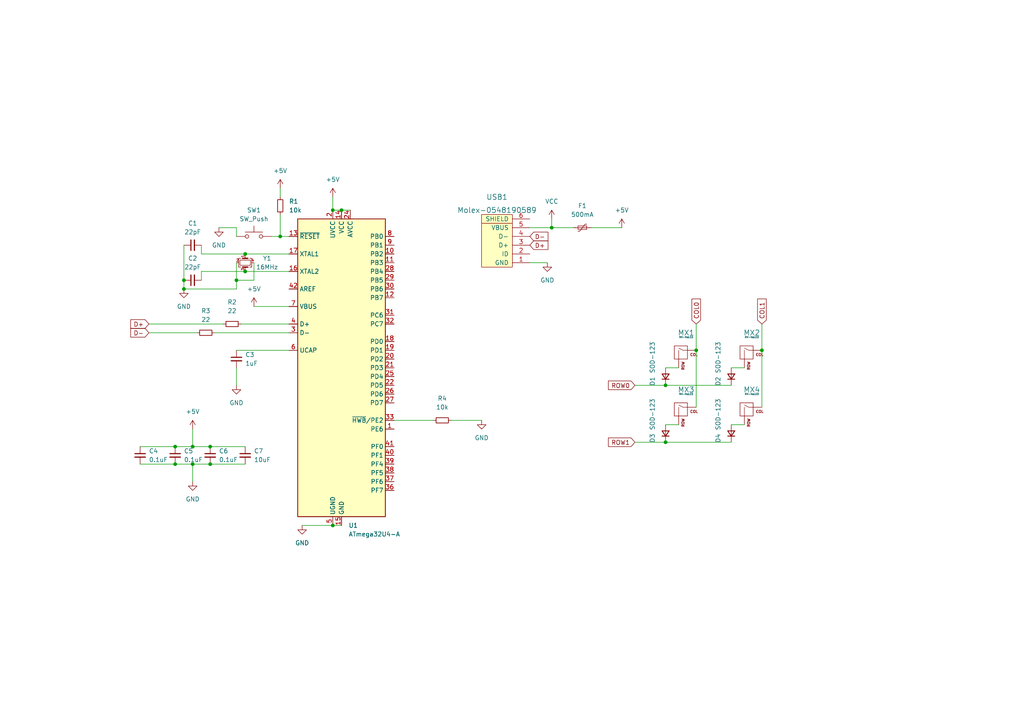
<source format=kicad_sch>
(kicad_sch (version 20211123) (generator eeschema)
  (paper "A4")
  (lib_symbols
    (symbol "Device:C_Small" (pin_numbers hide) (pin_names (offset 0.254) hide)
      (property "Reference" "C" (at 0.254 1.778 0))
      (property "Value" "C_Small" (at 0.254 -2.032 0))
      (symbol "C_Small_0_1"
        (polyline (pts (xy -1.524 -0.508) (xy 1.524 -0.508)) (stroke (width 0.3302)))
        (polyline (pts (xy -1.524 0.508) (xy 1.524 0.508)) (stroke (width 0.3048)))
      )
      (symbol "C_Small_1_1"
        (pin passive line (at 0 2.54 270) (length 2.032) (name "~") (number "1"))
        (pin passive line (at 0 -2.54 90) (length 2.032) (name "~") (number "2"))
      )
    )
    (symbol "Device:Crystal_GND24_Small" (pin_names (offset 1.016) hide)
      (property "Reference" "Y" (at 1.27 4.445 0))
      (property "Value" "Crystal_GND24_Small" (at 1.27 2.54 0))
      (symbol "Crystal_GND24_Small_0_1"
        (rectangle (start -0.762 -1.524) (end 0.762 1.524))
        (polyline (pts (xy -1.27 -0.762) (xy -1.27 0.762)) (stroke (width 0.381)))
        (polyline (pts (xy 1.27 -0.762) (xy 1.27 0.762)) (stroke (width 0.381)))
        (polyline (pts (xy -1.27 -1.27) (xy -1.27 -1.905) (xy 1.27 -1.905) (xy 1.27 -1.27)))
        (polyline (pts (xy -1.27 1.27) (xy -1.27 1.905) (xy 1.27 1.905) (xy 1.27 1.27)))
      )
      (symbol "Crystal_GND24_Small_1_1"
        (pin passive line (at -2.54 0 0) (length 1.27) (name "1") (number "1"))
        (pin passive line (at 0 -2.54 90) (length 0.635) (name "2") (number "2"))
        (pin passive line (at 2.54 0 180) (length 1.27) (name "3") (number "3"))
        (pin passive line (at 0 2.54 270) (length 0.635) (name "4") (number "4"))
      )
    )
    (symbol "Device:D_Small" (pin_numbers hide) (pin_names (offset 0.254) hide)
      (property "Reference" "D" (at -1.27 2.032 0))
      (property "Value" "D_Small" (at -3.81 -2.032 0))
      (symbol "D_Small_0_1"
        (polyline (pts (xy -0.762 -1.016) (xy -0.762 1.016)) (stroke (width 0.254)))
        (polyline (pts (xy -0.762 0) (xy 0.762 0)))
        (polyline (pts (xy 0.762 -1.016) (xy -0.762 0) (xy 0.762 1.016) (xy 0.762 -1.016)) (stroke (width 0.254)))
      )
      (symbol "D_Small_1_1"
        (pin passive line (at -2.54 0 0) (length 1.778) (name "K") (number "1"))
        (pin passive line (at 2.54 0 180) (length 1.778) (name "A") (number "2"))
      )
    )
    (symbol "Device:Polyfuse_Small" (pin_numbers hide) (pin_names (offset 0))
      (property "Reference" "F" (at -1.905 0 90))
      (property "Value" "Polyfuse_Small" (at 1.905 0 90))
      (symbol "Polyfuse_Small_0_1"
        (rectangle (start -0.508 1.27) (end 0.508 -1.27))
        (polyline (pts (xy 0 2.54) (xy 0 -2.54)))
        (polyline (pts (xy -1.016 1.27) (xy -1.016 0.762) (xy 1.016 -0.762) (xy 1.016 -1.27)))
      )
      (symbol "Polyfuse_Small_1_1"
        (pin passive line (at 0 2.54 270) (length 0.635) (name "~") (number "1"))
        (pin passive line (at 0 -2.54 90) (length 0.635) (name "~") (number "2"))
      )
    )
    (symbol "Device:R_Small" (pin_numbers hide) (pin_names (offset 0.254) hide)
      (property "Reference" "R" (at 0.762 0.508 0))
      (property "Value" "R_Small" (at 0.762 -1.016 0))
      (symbol "R_Small_0_1"
        (rectangle (start -0.762 1.778) (end 0.762 -1.778) (stroke (width 0.2032)))
      )
      (symbol "R_Small_1_1"
        (pin passive line (at 0 2.54 270) (length 0.762) (name "~") (number "1"))
        (pin passive line (at 0 -2.54 90) (length 0.762) (name "~") (number "2"))
      )
    )
    (symbol "MCU_Microchip_ATmega:ATmega32U4-A"
      (property "Reference" "U" (at -12.7 44.45 0))
      (property "Value" "ATmega32U4-A" (at 2.54 -44.45 0))
      (symbol "ATmega32U4-A_0_1"
        (rectangle (start -12.7 -43.18) (end 12.7 43.18) (stroke (width 0.254)) (fill (type background)))
      )
      (symbol "ATmega32U4-A_1_1"
        (pin bidirectional line (at 15.24 -17.78 180) (length 2.54) (name "PE6") (number "1"))
        (pin bidirectional line (at 15.24 33.02 180) (length 2.54) (name "PB2") (number "10"))
        (pin bidirectional line (at 15.24 30.48 180) (length 2.54) (name "PB3") (number "11"))
        (pin bidirectional line (at 15.24 20.32 180) (length 2.54) (name "PB7") (number "12"))
        (pin input line (at -15.24 38.1 0) (length 2.54) (name "~{RESET}") (number "13"))
        (pin power_in line (at 0 45.72 270) (length 2.54) (name "VCC") (number "14"))
        (pin power_in line (at 0 -45.72 90) (length 2.54) (name "GND") (number "15"))
        (pin output line (at -15.24 27.94 0) (length 2.54) (name "XTAL2") (number "16"))
        (pin input line (at -15.24 33.02 0) (length 2.54) (name "XTAL1") (number "17"))
        (pin bidirectional line (at 15.24 7.62 180) (length 2.54) (name "PD0") (number "18"))
        (pin bidirectional line (at 15.24 5.08 180) (length 2.54) (name "PD1") (number "19"))
        (pin power_in line (at -2.54 45.72 270) (length 2.54) (name "UVCC") (number "2"))
        (pin bidirectional line (at 15.24 2.54 180) (length 2.54) (name "PD2") (number "20"))
        (pin bidirectional line (at 15.24 0 180) (length 2.54) (name "PD3") (number "21"))
        (pin bidirectional line (at 15.24 -5.08 180) (length 2.54) (name "PD5") (number "22"))
        (pin passive line (at 0 -45.72 90) (length 2.54) hide (name "GND") (number "23"))
        (pin power_in line (at 2.54 45.72 270) (length 2.54) (name "AVCC") (number "24"))
        (pin bidirectional line (at 15.24 -2.54 180) (length 2.54) (name "PD4") (number "25"))
        (pin bidirectional line (at 15.24 -7.62 180) (length 2.54) (name "PD6") (number "26"))
        (pin bidirectional line (at 15.24 -10.16 180) (length 2.54) (name "PD7") (number "27"))
        (pin bidirectional line (at 15.24 27.94 180) (length 2.54) (name "PB4") (number "28"))
        (pin bidirectional line (at 15.24 25.4 180) (length 2.54) (name "PB5") (number "29"))
        (pin bidirectional line (at -15.24 10.16 0) (length 2.54) (name "D-") (number "3"))
        (pin bidirectional line (at 15.24 22.86 180) (length 2.54) (name "PB6") (number "30"))
        (pin bidirectional line (at 15.24 15.24 180) (length 2.54) (name "PC6") (number "31"))
        (pin bidirectional line (at 15.24 12.7 180) (length 2.54) (name "PC7") (number "32"))
        (pin bidirectional line (at 15.24 -15.24 180) (length 2.54) (name "~{HWB}/PE2") (number "33"))
        (pin passive line (at 0 45.72 270) (length 2.54) hide (name "VCC") (number "34"))
        (pin passive line (at 0 -45.72 90) (length 2.54) hide (name "GND") (number "35"))
        (pin bidirectional line (at 15.24 -35.56 180) (length 2.54) (name "PF7") (number "36"))
        (pin bidirectional line (at 15.24 -33.02 180) (length 2.54) (name "PF6") (number "37"))
        (pin bidirectional line (at 15.24 -30.48 180) (length 2.54) (name "PF5") (number "38"))
        (pin bidirectional line (at 15.24 -27.94 180) (length 2.54) (name "PF4") (number "39"))
        (pin bidirectional line (at -15.24 12.7 0) (length 2.54) (name "D+") (number "4"))
        (pin bidirectional line (at 15.24 -25.4 180) (length 2.54) (name "PF1") (number "40"))
        (pin bidirectional line (at 15.24 -22.86 180) (length 2.54) (name "PF0") (number "41"))
        (pin passive line (at -15.24 22.86 0) (length 2.54) (name "AREF") (number "42"))
        (pin passive line (at 0 -45.72 90) (length 2.54) hide (name "GND") (number "43"))
        (pin passive line (at 2.54 45.72 270) (length 2.54) hide (name "AVCC") (number "44"))
        (pin passive line (at -2.54 -45.72 90) (length 2.54) (name "UGND") (number "5"))
        (pin passive line (at -15.24 5.08 0) (length 2.54) (name "UCAP") (number "6"))
        (pin input line (at -15.24 17.78 0) (length 2.54) (name "VBUS") (number "7"))
        (pin bidirectional line (at 15.24 38.1 180) (length 2.54) (name "PB0") (number "8"))
        (pin bidirectional line (at 15.24 35.56 180) (length 2.54) (name "PB1") (number "9"))
      )
    )
    (symbol "MX_Alps_Hybrid:MX-NoLED" (pin_names (offset 1.016))
      (property "Reference" "MX" (at -0.635 3.81 0))
      (property "Value" "MX-NoLED" (at -0.635 1.27 0))
      (symbol "MX-NoLED_0_0"
        (rectangle (start -2.54 2.54) (end 1.27 -1.27))
        (polyline (pts (xy -1.27 -1.27) (xy -1.27 1.27)) (stroke (width 0.127)))
        (polyline (pts (xy 1.27 1.27) (xy 0 1.27) (xy -1.27 1.905)) (stroke (width 0.127)))
        (text "COL" (at 3.175 0 0) (effects (font (size 0.762 0.762))))
        (text "ROW" (at 0 -1.905 900) (effects (font (size 0.762 0.762)) (justify right)))
      )
      (symbol "MX-NoLED_1_1"
        (pin passive line (at 3.81 1.27 180) (length 2.54) (name "COL") (number "1"))
        (pin passive line (at -1.27 -3.81 90) (length 2.54) (name "ROW") (number "2"))
      )
    )
    (symbol "Switch:SW_Push" (pin_numbers hide) (pin_names (offset 1.016) hide)
      (property "Reference" "SW" (at 1.27 2.54 0))
      (property "Value" "SW_Push" (at 0 -1.524 0))
      (symbol "SW_Push_0_1"
        (circle (center -2.032 0) (radius 0.508))
        (polyline (pts (xy 0 1.27) (xy 0 3.048)))
        (polyline (pts (xy 2.54 1.27) (xy -2.54 1.27)))
        (circle (center 2.032 0) (radius 0.508))
        (pin passive line (at -5.08 0 0) (length 2.54) (name "1") (number "1"))
        (pin passive line (at 5.08 0 180) (length 2.54) (name "2") (number "2"))
      )
    )
    (symbol "power:+5V" (power) (pin_names (offset 0))
      (property "Value" "+5V" (at 0 3.556 0))
      (symbol "+5V_0_1"
        (polyline (pts (xy -0.762 1.27) (xy 0 2.54)))
        (polyline (pts (xy 0 0) (xy 0 2.54)))
        (polyline (pts (xy 0 2.54) (xy 0.762 1.27)))
      )
      (symbol "+5V_1_1"
        (pin power_in line (at 0 0 90) (length 0) hide (name "+5V") (number "1"))
      )
    )
    (symbol "power:GND" (power) (pin_names (offset 0))
      (property "Value" "GND" (at 0 -3.81 0))
      (symbol "GND_0_1"
        (polyline (pts (xy 0 0) (xy 0 -1.27) (xy 1.27 -1.27) (xy 0 -2.54) (xy -1.27 -1.27) (xy 0 -1.27)))
      )
      (symbol "GND_1_1"
        (pin power_in line (at 0 0 270) (length 0) hide (name "GND") (number "1"))
      )
    )
    (symbol "power:VCC" (power) (pin_names (offset 0))
      (property "Value" "VCC" (at 0 3.81 0))
      (symbol "VCC_0_1"
        (polyline (pts (xy -0.762 1.27) (xy 0 2.54)))
        (polyline (pts (xy 0 0) (xy 0 2.54)))
        (polyline (pts (xy 0 2.54) (xy 0.762 1.27)))
      )
      (symbol "VCC_1_1"
        (pin power_in line (at 0 0 90) (length 0) hide (name "VCC") (number "1"))
      )
    )
    (symbol "random-keyboard-parts:Molex-0548190589" (pin_names (offset 1.016))
      (property "Reference" "USB" (at 0 7.62 0))
      (property "Value" "Molex-0548190589" (at 0 10.16 0))
      (symbol "Molex-0548190589_0_0"
        (polyline (pts (xy 6.35 -2.54) (xy 6.35 6.35)))
        (rectangle (start 8.89 -2.54) (end -6.35 6.35) (fill (type background)))
      )
      (symbol "Molex-0548190589_1_1"
        (pin input line (at -5.08 -7.62 90) (length 5.08) (name "GND") (number "1"))
        (pin input line (at -2.54 -7.62 90) (length 5.08) (name "ID") (number "2"))
        (pin input line (at 0 -7.62 90) (length 5.08) (name "D+") (number "3"))
        (pin input line (at 2.54 -7.62 90) (length 5.08) (name "D-") (number "4"))
        (pin input line (at 5.08 -7.62 90) (length 5.08) (name "VBUS") (number "5"))
        (pin input line (at 7.62 -7.62 90) (length 5.08) (name "SHIELD") (number "6"))
      )
    )
  )
  (junction (at 60.96 129.54))
  (junction (at 220.98 101.6))
  (junction (at 55.88 129.54))
  (junction (at 201.93 101.6))
  (junction (at 60.96 134.62))
  (junction (at 53.34 83.82))
  (junction (at 193.04 111.76))
  (junction (at 96.52 60.96))
  (junction (at 96.52 152.4))
  (junction (at 71.12 73.66))
  (junction (at 53.34 81.28))
  (junction (at 71.12 78.74))
  (junction (at 50.8 134.62))
  (junction (at 99.06 60.96))
  (junction (at 50.8 129.54))
  (junction (at 193.04 128.27))
  (junction (at 55.88 134.62))
  (junction (at 160.02 66.04))
  (junction (at 81.28 68.58))
  (junction (at 68.58 81.28))
  (wire (pts (xy 55.88 134.62) (xy 60.96 134.62)))
  (wire (pts (xy 40.64 134.62) (xy 50.8 134.62)))
  (wire (pts (xy 160.02 66.04) (xy 166.37 66.04)))
  (wire (pts (xy 81.28 62.23) (xy 81.28 68.58)))
  (wire (pts (xy 153.67 66.04) (xy 160.02 66.04)))
  (wire (pts (xy 212.09 106.68) (xy 215.9 106.68)))
  (wire (pts (xy 73.66 88.9) (xy 83.82 88.9)))
  (wire (pts (xy 81.28 68.58) (xy 83.82 68.58)))
  (wire (pts (xy 220.98 93.98) (xy 220.98 101.6)))
  (wire (pts (xy 68.58 101.6) (xy 83.82 101.6)))
  (wire (pts (xy 62.23 96.52) (xy 83.82 96.52)))
  (wire (pts (xy 60.96 129.54) (xy 71.12 129.54)))
  (wire (pts (xy 130.81 121.92) (xy 139.7 121.92)))
  (wire (pts (xy 99.06 60.96) (xy 96.52 60.96)))
  (wire (pts (xy 101.6 60.96) (xy 99.06 60.96)))
  (wire (pts (xy 73.66 81.28) (xy 68.58 81.28)))
  (wire (pts (xy 68.58 106.68) (xy 68.58 111.76)))
  (wire (pts (xy 40.64 129.54) (xy 50.8 129.54)))
  (wire (pts (xy 58.42 71.12) (xy 58.42 73.66)))
  (wire (pts (xy 55.88 124.46) (xy 55.88 129.54)))
  (wire (pts (xy 171.45 66.04) (xy 180.34 66.04)))
  (wire (pts (xy 73.66 76.2) (xy 73.66 81.28)))
  (wire (pts (xy 68.58 76.2) (xy 68.58 81.28)))
  (wire (pts (xy 114.3 121.92) (xy 125.73 121.92)))
  (wire (pts (xy 184.15 128.27) (xy 193.04 128.27)))
  (wire (pts (xy 50.8 129.54) (xy 55.88 129.54)))
  (wire (pts (xy 43.18 93.98) (xy 64.77 93.98)))
  (wire (pts (xy 193.04 128.27) (xy 212.09 128.27)))
  (wire (pts (xy 55.88 134.62) (xy 55.88 139.7)))
  (wire (pts (xy 68.58 81.28) (xy 68.58 83.82)))
  (wire (pts (xy 81.28 54.61) (xy 81.28 57.15)))
  (wire (pts (xy 193.04 123.19) (xy 196.85 123.19)))
  (wire (pts (xy 193.04 111.76) (xy 212.09 111.76)))
  (wire (pts (xy 96.52 60.96) (xy 96.52 57.15)))
  (wire (pts (xy 220.98 101.6) (xy 220.98 118.11)))
  (wire (pts (xy 69.85 93.98) (xy 83.82 93.98)))
  (wire (pts (xy 71.12 73.66) (xy 83.82 73.66)))
  (wire (pts (xy 78.74 68.58) (xy 81.28 68.58)))
  (wire (pts (xy 201.93 101.6) (xy 201.93 118.11)))
  (wire (pts (xy 71.12 78.74) (xy 83.82 78.74)))
  (wire (pts (xy 60.96 134.62) (xy 71.12 134.62)))
  (wire (pts (xy 87.63 152.4) (xy 96.52 152.4)))
  (wire (pts (xy 53.34 81.28) (xy 53.34 83.82)))
  (wire (pts (xy 58.42 78.74) (xy 71.12 78.74)))
  (wire (pts (xy 212.09 123.19) (xy 215.9 123.19)))
  (wire (pts (xy 201.93 93.98) (xy 201.93 101.6)))
  (wire (pts (xy 58.42 73.66) (xy 71.12 73.66)))
  (wire (pts (xy 184.15 111.76) (xy 193.04 111.76)))
  (wire (pts (xy 63.5 66.04) (xy 68.58 66.04)))
  (wire (pts (xy 58.42 81.28) (xy 58.42 78.74)))
  (wire (pts (xy 50.8 134.62) (xy 55.88 134.62)))
  (wire (pts (xy 68.58 66.04) (xy 68.58 68.58)))
  (wire (pts (xy 193.04 106.68) (xy 196.85 106.68)))
  (wire (pts (xy 55.88 129.54) (xy 60.96 129.54)))
  (wire (pts (xy 43.18 96.52) (xy 57.15 96.52)))
  (wire (pts (xy 160.02 63.5) (xy 160.02 66.04)))
  (wire (pts (xy 53.34 71.12) (xy 53.34 81.28)))
  (wire (pts (xy 68.58 83.82) (xy 53.34 83.82)))
  (wire (pts (xy 96.52 152.4) (xy 99.06 152.4)))
  (wire (pts (xy 153.67 76.2) (xy 158.75 76.2)))
  (global_label "D+" (shape input) (at 43.18 93.98 180) (property "Intersheet References" "${INTERSHEET_REFS}" (effects hide)))
  (global_label "D+" (shape input) (at 153.67 71.12 0) (property "Intersheet References" "${INTERSHEET_REFS}" (effects hide)))
  (global_label "ROW1" (shape input) (at 184.15 128.27 180) (property "Intersheet References" "${INTERSHEET_REFS}" (effects hide)))
  (global_label "ROW0" (shape input) (at 184.15 111.76 180) (property "Intersheet References" "${INTERSHEET_REFS}" (effects hide)))
  (global_label "COL0" (shape input) (at 201.93 93.98 90) (property "Intersheet References" "${INTERSHEET_REFS}" (effects hide)))
  (global_label "COL1" (shape input) (at 220.98 93.98 90) (property "Intersheet References" "${INTERSHEET_REFS}" (effects hide)))
  (global_label "D-" (shape input) (at 153.67 68.58 0) (property "Intersheet References" "${INTERSHEET_REFS}" (effects hide)))
  (global_label "D-" (shape input) (at 43.18 96.52 180) (property "Intersheet References" "${INTERSHEET_REFS}" (effects hide)))
  (symbol (lib_id "Device:C_Small") (at 50.8 132.08 0) (unit 1)
    (property "Reference" "C5" (at 53.34 130.8162 0) (effects (justify left)))
    (property "Value" "0.1uF" (at 53.34 133.3562 0) (effects (justify left)))
    (property "Footprint" "Capacitor_SMD:C_0805_2012Metric" (effects hide))
  )
  (symbol (lib_id "Device:R_Small") (at 81.28 59.69 0) (unit 1)
    (property "Reference" "R1" (at 83.82 58.4199 0) (effects (justify left)))
    (property "Value" "10k" (at 83.82 60.9599 0) (effects (justify left)))
    (property "Footprint" "Resistor_SMD:R_0805_2012Metric" (effects hide))
  )
  (symbol (lib_id "Device:Polyfuse_Small") (at 168.91 66.04 90) (unit 1)
    (property "Reference" "F1" (at 168.91 59.69 90))
    (property "Value" "500mA" (at 168.91 62.23 90))
    (property "Footprint" "Fuse:Fuse_1206_3216Metric" (effects hide))
  )
  (symbol (lib_id "MCU_Microchip_ATmega:ATmega32U4-A") (at 99.06 106.68 0) (unit 1)
    (property "Reference" "U1" (at 101.0794 152.4 0) (effects (justify left)))
    (property "Value" "ATmega32U4-A" (at 101.0794 154.94 0) (effects (justify left)))
    (property "Footprint" "Package_QFP:TQFP-44_10x10mm_P0.8mm" (effects hide))
    (property "Datasheet" "http://ww1.microchip.com/downloads/en/DeviceDoc/Atmel-7766-8-bit-AVR-ATmega16U4-32U4_Datasheet.pdf" (effects hide))
  )
  (symbol (lib_id "power:GND") (at 68.58 111.76 0) (unit 1)
    (property "Reference" "#PWR0106" (effects hide))
    (property "Value" "GND" (at 68.58 116.84 0))
  )
  (symbol (lib_id "Device:C_Small") (at 55.88 71.12 90) (unit 1)
    (property "Reference" "C1" (at 55.8863 64.77 90))
    (property "Value" "22pF" (at 55.8863 67.31 90))
    (property "Footprint" "Capacitor_SMD:C_0805_2012Metric" (effects hide))
  )
  (symbol (lib_id "Device:D_Small") (at 193.04 109.22 90) (unit 1)
    (property "Reference" "D1" (at 189.23 109.22 0) (effects (justify right)))
    (property "Value" "SOD-123" (at 189.23 99.06 0) (effects (justify right)))
    (property "Footprint" "Diode_SMD:D_SOD-123" (effects hide))
  )
  (symbol (lib_id "power:GND") (at 158.75 76.2 0) (unit 1)
    (property "Reference" "#PWR0109" (effects hide))
    (property "Value" "GND" (at 158.75 81.28 0))
  )
  (symbol (lib_id "power:VCC") (at 160.02 63.5 0) (unit 1)
    (property "Reference" "#PWR0110" (effects hide))
    (property "Value" "VCC" (at 160.02 58.42 0))
  )
  (symbol (lib_id "Device:C_Small") (at 55.88 81.28 90) (unit 1)
    (property "Reference" "C2" (at 55.8863 74.93 90))
    (property "Value" "22pF" (at 55.8863 77.47 90))
    (property "Footprint" "Capacitor_SMD:C_0805_2012Metric" (effects hide))
  )
  (symbol (lib_id "Device:C_Small") (at 68.58 104.14 0) (unit 1)
    (property "Reference" "C3" (at 71.12 102.8762 0) (effects (justify left)))
    (property "Value" "1uF" (at 71.12 105.4162 0) (effects (justify left)))
    (property "Footprint" "Capacitor_SMD:C_0805_2012Metric" (effects hide))
  )
  (symbol (lib_id "random-keyboard-parts:Molex-0548190589") (at 146.05 71.12 90) (unit 1)
    (property "Reference" "USB1" (at 144.145 57.15 90) (effects (font (size 1.524 1.524))))
    (property "Value" "Molex-0548190589" (at 144.145 60.96 90) (effects (font (size 1.524 1.524))))
    (property "Footprint" "random-keyboard-parts:Molex-0548190589" (effects hide))
  )
  (symbol (lib_id "power:GND") (at 55.88 139.7 0) (unit 1)
    (property "Reference" "#PWR0113" (effects hide))
    (property "Value" "GND" (at 55.88 144.78 0))
  )
  (symbol (lib_id "Switch:SW_Push") (at 73.66 68.58 0) (unit 1)
    (property "Reference" "SW1" (at 73.66 60.96 0))
    (property "Value" "SW_Push" (at 73.66 63.5 0))
    (property "Footprint" "random-keyboard-parts:SKQG-1155865" (effects hide))
  )
  (symbol (lib_id "MX_Alps_Hybrid:MX-NoLED") (at 217.17 102.87 0) (unit 1)
    (property "Reference" "MX2" (at 218.0556 96.52 0) (effects (font (size 1.524 1.524))))
    (property "Value" "MX-NoLED" (at 218.0556 97.79 0) (effects (font (size 0.508 0.508))))
    (property "Footprint" "MX_Only:MXOnly-1U-NoLED" (effects hide))
  )
  (symbol (lib_id "MX_Alps_Hybrid:MX-NoLED") (at 198.12 119.38 0) (unit 1)
    (property "Reference" "MX3" (at 199.0056 113.03 0) (effects (font (size 1.524 1.524))))
    (property "Value" "MX-NoLED" (at 199.0056 114.3 0) (effects (font (size 0.508 0.508))))
    (property "Footprint" "MX_Only:MXOnly-1U-NoLED" (effects hide))
  )
  (symbol (lib_id "power:+5V") (at 180.34 66.04 0) (unit 1)
    (property "Reference" "#PWR0111" (effects hide))
    (property "Value" "+5V" (at 180.34 60.96 0))
  )
  (symbol (lib_id "Device:D_Small") (at 212.09 125.73 90) (unit 1)
    (property "Reference" "D4" (at 208.28 125.73 0) (effects (justify right)))
    (property "Value" "SOD-123" (at 208.28 115.57 0) (effects (justify right)))
    (property "Footprint" "Diode_SMD:D_SOD-123" (effects hide))
  )
  (symbol (lib_id "power:GND") (at 139.7 121.92 0) (unit 1)
    (property "Reference" "#PWR0108" (effects hide))
    (property "Value" "GND" (at 139.7 127 0))
  )
  (symbol (lib_id "power:GND") (at 87.63 152.4 0) (unit 1)
    (property "Reference" "#PWR0107" (effects hide))
    (property "Value" "GND" (at 87.63 157.48 0))
  )
  (symbol (lib_id "power:+5V") (at 81.28 54.61 0) (unit 1)
    (property "Reference" "#PWR0104" (effects hide))
    (property "Value" "+5V" (at 81.28 49.53 0))
  )
  (symbol (lib_id "power:GND") (at 53.34 83.82 0) (unit 1)
    (property "Reference" "#PWR0103" (effects hide))
    (property "Value" "GND" (at 53.34 88.9 0))
  )
  (symbol (lib_id "power:GND") (at 63.5 66.04 0) (unit 1)
    (property "Reference" "#PWR0102" (effects hide))
    (property "Value" "GND" (at 63.5 71.12 0))
  )
  (symbol (lib_id "MX_Alps_Hybrid:MX-NoLED") (at 217.17 119.38 0) (unit 1)
    (property "Reference" "MX4" (at 218.0556 113.03 0) (effects (font (size 1.524 1.524))))
    (property "Value" "MX-NoLED" (at 218.0556 114.3 0) (effects (font (size 0.508 0.508))))
    (property "Footprint" "MX_Only:MXOnly-1U-NoLED" (effects hide))
  )
  (symbol (lib_id "Device:Crystal_GND24_Small") (at 71.12 76.2 270) (unit 1)
    (property "Reference" "Y1" (at 77.47 74.93 90))
    (property "Value" "16MHz" (at 77.47 77.47 90))
    (property "Footprint" "Crystal:Crystal_SMD_3225-4Pin_3.2x2.5mm" (effects hide))
  )
  (symbol (lib_id "Device:C_Small") (at 40.64 132.08 0) (unit 1)
    (property "Reference" "C4" (at 43.18 130.8162 0) (effects (justify left)))
    (property "Value" "0.1uF" (at 43.18 133.3562 0) (effects (justify left)))
    (property "Footprint" "Capacitor_SMD:C_0805_2012Metric" (effects hide))
  )
  (symbol (lib_id "Device:R_Small") (at 67.31 93.98 270) (unit 1)
    (property "Reference" "R2" (at 67.31 87.63 90))
    (property "Value" "22" (at 67.31 90.17 90))
    (property "Footprint" "Resistor_SMD:R_0805_2012Metric" (effects hide))
  )
  (symbol (lib_id "power:+5V") (at 73.66 88.9 0) (unit 1)
    (property "Reference" "#PWR0101" (effects hide))
    (property "Value" "+5V" (at 73.66 83.82 0))
  )
  (symbol (lib_id "Device:R_Small") (at 59.69 96.52 270) (unit 1)
    (property "Reference" "R3" (at 59.69 90.17 90))
    (property "Value" "22" (at 59.69 92.71 90))
    (property "Footprint" "Resistor_SMD:R_0805_2012Metric" (effects hide))
  )
  (symbol (lib_id "Device:D_Small") (at 212.09 109.22 90) (unit 1)
    (property "Reference" "D2" (at 208.28 109.22 0) (effects (justify right)))
    (property "Value" "SOD-123" (at 208.28 99.06 0) (effects (justify right)))
    (property "Footprint" "Diode_SMD:D_SOD-123" (effects hide))
  )
  (symbol (lib_id "power:+5V") (at 96.52 57.15 0) (unit 1)
    (property "Reference" "#PWR0105" (effects hide))
    (property "Value" "+5V" (at 96.52 52.07 0))
  )
  (symbol (lib_id "Device:C_Small") (at 60.96 132.08 0) (unit 1)
    (property "Reference" "C6" (at 63.5 130.8162 0) (effects (justify left)))
    (property "Value" "0.1uF" (at 63.5 133.3562 0) (effects (justify left)))
    (property "Footprint" "Capacitor_SMD:C_0805_2012Metric" (effects hide))
  )
  (symbol (lib_id "power:+5V") (at 55.88 124.46 0) (unit 1)
    (property "Reference" "#PWR0112" (effects hide))
    (property "Value" "+5V" (at 55.88 119.38 0))
  )
  (symbol (lib_id "Device:C_Small") (at 71.12 132.08 0) (unit 1)
    (property "Reference" "C7" (at 73.66 130.8162 0) (effects (justify left)))
    (property "Value" "10uF" (at 73.66 133.3562 0) (effects (justify left)))
    (property "Footprint" "Capacitor_SMD:C_0805_2012Metric" (effects hide))
  )
  (symbol (lib_id "Device:R_Small") (at 128.27 121.92 90) (unit 1)
    (property "Reference" "R4" (at 128.27 115.57 90))
    (property "Value" "10k" (at 128.27 118.11 90))
    (property "Footprint" "Resistor_SMD:R_0805_2012Metric" (effects hide))
  )
  (symbol (lib_id "MX_Alps_Hybrid:MX-NoLED") (at 198.12 102.87 0) (unit 1)
    (property "Reference" "MX1" (at 199.0056 96.52 0) (effects (font (size 1.524 1.524))))
    (property "Value" "MX-NoLED" (at 199.0056 97.79 0) (effects (font (size 0.508 0.508))))
    (property "Footprint" "MX_Only:MXOnly-1U-NoLED" (effects hide))
  )
  (symbol (lib_id "Device:D_Small") (at 193.04 125.73 90) (unit 1)
    (property "Reference" "D3" (at 189.23 125.73 0) (effects (justify right)))
    (property "Value" "SOD-123" (at 189.23 115.57 0) (effects (justify right)))
    (property "Footprint" "Diode_SMD:D_SOD-123" (effects hide))
  )
)
</source>
